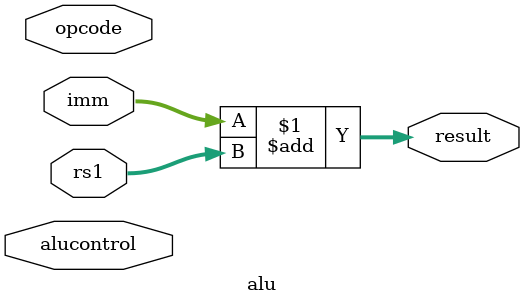
<source format=v>
/* verilator lint_off UNUSED  */
module alu(
	input  [31:0]rs1,
	input  [31:0]imm,
	input	 [6:0]opcode,
	input  [2:0]alucontrol,
	output [31:0]result
);
assign result=imm+rs1;


endmodule
/* verilator lint_on UNUSED  */

</source>
